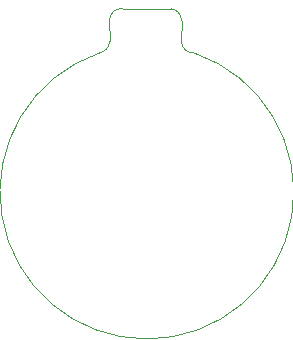
<source format=gbr>
%TF.GenerationSoftware,KiCad,Pcbnew,(7.0.0)*%
%TF.CreationDate,2023-10-08T10:18:40-07:00*%
%TF.ProjectId,Dot-LED,446f742d-4c45-4442-9e6b-696361645f70,rev?*%
%TF.SameCoordinates,Original*%
%TF.FileFunction,Profile,NP*%
%FSLAX46Y46*%
G04 Gerber Fmt 4.6, Leading zero omitted, Abs format (unit mm)*
G04 Created by KiCad (PCBNEW (7.0.0)) date 2023-10-08 10:18:40*
%MOMM*%
%LPD*%
G01*
G04 APERTURE LIST*
%TA.AperFunction,Profile*%
%ADD10C,0.125000*%
%TD*%
G04 APERTURE END LIST*
D10*
X129050001Y-40250000D02*
X124938771Y-40240145D01*
X129938071Y-41254850D02*
G75*
G03*
X129050001Y-40250001I-1012471J50D01*
G01*
X122998295Y-43994981D02*
G75*
G03*
X131030634Y-44004850I4001704J-11778114D01*
G01*
X123844969Y-42990144D02*
X123833784Y-41240144D01*
X122983775Y-43990085D02*
G75*
G03*
X123844969Y-42990144I-149975J999985D01*
G01*
X129925563Y-43004850D02*
G75*
G03*
X131030634Y-44004846I1005037J50D01*
G01*
X129925647Y-43004850D02*
X129936832Y-41254850D01*
X124938779Y-40240069D02*
G75*
G03*
X123833784Y-41240144I-99979J-1000031D01*
G01*
M02*

</source>
